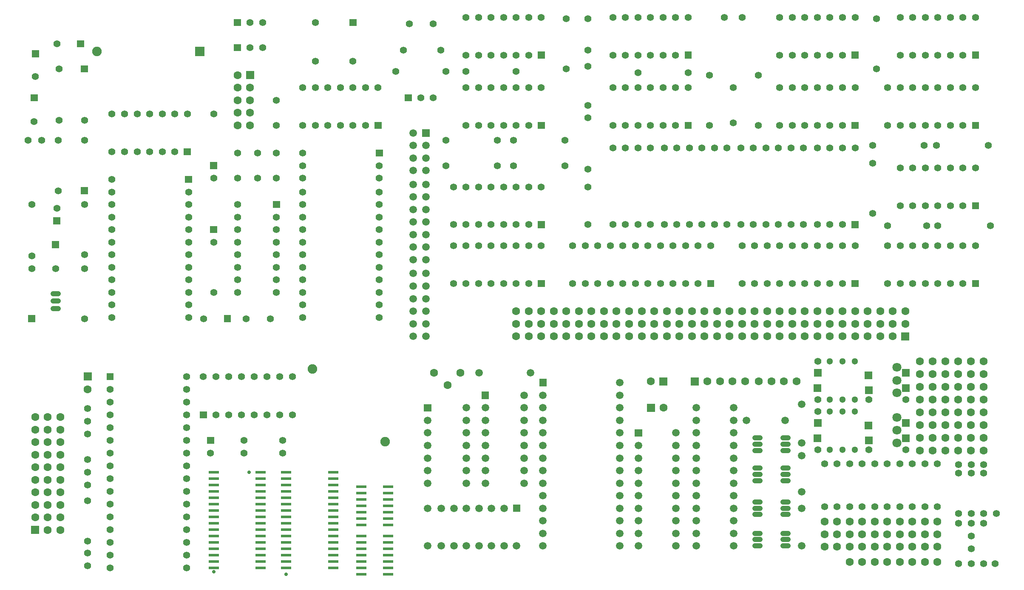
<source format=gbr>
%FSLAX34Y34*%
%MOMM*%
%LNSOLDERMASK_TOP*%
G71*
G01*
%ADD10C, 1.90*%
%ADD11C, 1.40*%
%ADD12C, 1.40*%
%ADD13C, 1.60*%
%ADD14C, 1.50*%
%ADD15C, 1.60*%
%ADD16C, 1.00*%
%ADD17C, 1.50*%
%ADD18C, 1.60*%
%ADD19C, 0.70*%
%ADD20R, 2.00X0.60*%
%ADD21C, 1.30*%
%ADD22R, 1.50X1.50*%
%ADD23C, 1.80*%
%LPD*%
G36*
X295500Y714500D02*
X314500Y714500D01*
X314500Y695500D01*
X295500Y695500D01*
X295500Y714500D01*
G37*
X100000Y705000D02*
G54D10*
D03*
X785000Y707500D02*
G54D11*
D03*
X710000Y707500D02*
G54D11*
D03*
X1752500Y357500D02*
G54D11*
D03*
X1675000Y357500D02*
G54D11*
D03*
X1350000Y772500D02*
G54D11*
D03*
X1385000Y772500D02*
G54D11*
D03*
X1367500Y632500D02*
G54D11*
D03*
X1367500Y562500D02*
G54D11*
D03*
X1077500Y675000D02*
G54D11*
D03*
X1077500Y597500D02*
G54D11*
D03*
X1077500Y435000D02*
G54D11*
D03*
X1077500Y360000D02*
G54D11*
D03*
X380000Y502500D02*
G54D11*
D03*
X380000Y452500D02*
G54D11*
D03*
X420000Y502500D02*
G54D11*
D03*
X420000Y452500D02*
G54D11*
D03*
X457500Y502500D02*
G54D11*
D03*
X457500Y452500D02*
G54D11*
D03*
X397500Y172500D02*
G54D11*
D03*
X445000Y172500D02*
G54D11*
D03*
X457500Y607500D02*
G54D11*
D03*
X457500Y557500D02*
G54D11*
D03*
X20000Y720000D02*
G54D11*
D03*
G36*
X60500Y727000D02*
X74500Y727000D01*
X74500Y713000D01*
X60500Y713000D01*
X60500Y727000D01*
G37*
X-22500Y655000D02*
G54D11*
D03*
G36*
X-29500Y707000D02*
X-15500Y707000D01*
X-15500Y693000D01*
X-29500Y693000D01*
X-29500Y707000D01*
G37*
X-25000Y565000D02*
G54D11*
D03*
G36*
X-32000Y619500D02*
X-18000Y619500D01*
X-18000Y605500D01*
X-32000Y605500D01*
X-32000Y619500D01*
G37*
X312500Y172500D02*
G54D11*
D03*
G36*
X353000Y179500D02*
X367000Y179500D01*
X367000Y165500D01*
X353000Y165500D01*
X353000Y179500D01*
G37*
X17500Y272500D02*
G54D11*
D03*
G36*
X10500Y327000D02*
X24500Y327000D01*
X24500Y313000D01*
X10500Y313000D01*
X10500Y327000D01*
G37*
G36*
X13000Y374500D02*
X27000Y374500D01*
X27000Y360500D01*
X13000Y360500D01*
X13000Y374500D01*
G37*
X20000Y392500D02*
G54D11*
D03*
G36*
X978000Y704500D02*
X992000Y704500D01*
X992000Y690500D01*
X978000Y690500D01*
X978000Y704500D01*
G37*
X960000Y697500D02*
G54D12*
D03*
X935000Y697500D02*
G54D12*
D03*
X910000Y697500D02*
G54D12*
D03*
X885000Y697500D02*
G54D12*
D03*
X860000Y697500D02*
G54D12*
D03*
X835000Y697500D02*
G54D12*
D03*
X835000Y772500D02*
G54D12*
D03*
X860000Y772500D02*
G54D12*
D03*
X885000Y772500D02*
G54D12*
D03*
X910000Y772500D02*
G54D12*
D03*
X935000Y772500D02*
G54D12*
D03*
X960000Y772500D02*
G54D12*
D03*
X985000Y772500D02*
G54D12*
D03*
G36*
X978000Y564500D02*
X992000Y564500D01*
X992000Y550500D01*
X978000Y550500D01*
X978000Y564500D01*
G37*
X960000Y557500D02*
G54D12*
D03*
X935000Y557500D02*
G54D12*
D03*
X910000Y557500D02*
G54D12*
D03*
X885000Y557500D02*
G54D12*
D03*
X860000Y557500D02*
G54D12*
D03*
X835000Y557500D02*
G54D12*
D03*
X835000Y632500D02*
G54D12*
D03*
X860000Y632500D02*
G54D12*
D03*
X885000Y632500D02*
G54D12*
D03*
X910000Y632500D02*
G54D12*
D03*
X935000Y632500D02*
G54D12*
D03*
X960000Y632500D02*
G54D12*
D03*
X985000Y632500D02*
G54D12*
D03*
G36*
X1843000Y249500D02*
X1857000Y249500D01*
X1857000Y235500D01*
X1843000Y235500D01*
X1843000Y249500D01*
G37*
X1825000Y242500D02*
G54D12*
D03*
X1800000Y242500D02*
G54D12*
D03*
X1775000Y242500D02*
G54D12*
D03*
X1750000Y242500D02*
G54D12*
D03*
X1725000Y242500D02*
G54D12*
D03*
X1700000Y242500D02*
G54D12*
D03*
X1675000Y242500D02*
G54D12*
D03*
X1675000Y317500D02*
G54D12*
D03*
X1700000Y317500D02*
G54D12*
D03*
X1725000Y317500D02*
G54D12*
D03*
X1750000Y317500D02*
G54D12*
D03*
X1775000Y317500D02*
G54D12*
D03*
X1800000Y317500D02*
G54D12*
D03*
X1825000Y317500D02*
G54D12*
D03*
X1850000Y317500D02*
G54D12*
D03*
G36*
X1843000Y404500D02*
X1857000Y404500D01*
X1857000Y390500D01*
X1843000Y390500D01*
X1843000Y404500D01*
G37*
X1825000Y397500D02*
G54D12*
D03*
X1800000Y397500D02*
G54D12*
D03*
X1775000Y397500D02*
G54D12*
D03*
X1750000Y397500D02*
G54D12*
D03*
X1725000Y397500D02*
G54D12*
D03*
X1700000Y397500D02*
G54D12*
D03*
X1700000Y472500D02*
G54D12*
D03*
X1725000Y472500D02*
G54D12*
D03*
X1750000Y472500D02*
G54D12*
D03*
X1775000Y472500D02*
G54D12*
D03*
X1800000Y472500D02*
G54D12*
D03*
X1825000Y472500D02*
G54D12*
D03*
X1850000Y472500D02*
G54D12*
D03*
G36*
X1843000Y564500D02*
X1857000Y564500D01*
X1857000Y550500D01*
X1843000Y550500D01*
X1843000Y564500D01*
G37*
X1825000Y557500D02*
G54D12*
D03*
X1800000Y557500D02*
G54D12*
D03*
X1775000Y557500D02*
G54D12*
D03*
X1750000Y557500D02*
G54D12*
D03*
X1725000Y557500D02*
G54D12*
D03*
X1700000Y557500D02*
G54D12*
D03*
X1675000Y557500D02*
G54D12*
D03*
X1675000Y632500D02*
G54D12*
D03*
X1700000Y632500D02*
G54D12*
D03*
X1725000Y632500D02*
G54D12*
D03*
X1750000Y632500D02*
G54D12*
D03*
X1775000Y632500D02*
G54D12*
D03*
X1800000Y632500D02*
G54D12*
D03*
X1825000Y632500D02*
G54D12*
D03*
X1850000Y632500D02*
G54D12*
D03*
G36*
X1270500Y704500D02*
X1284500Y704500D01*
X1284500Y690500D01*
X1270500Y690500D01*
X1270500Y704500D01*
G37*
X1252500Y697500D02*
G54D12*
D03*
X1227500Y697500D02*
G54D12*
D03*
X1202500Y697500D02*
G54D12*
D03*
X1177500Y697500D02*
G54D12*
D03*
X1152500Y697500D02*
G54D12*
D03*
X1127500Y697500D02*
G54D12*
D03*
X1127500Y772500D02*
G54D12*
D03*
X1152500Y772500D02*
G54D12*
D03*
X1177500Y772500D02*
G54D12*
D03*
X1202500Y772500D02*
G54D12*
D03*
X1227500Y772500D02*
G54D12*
D03*
X1252500Y772500D02*
G54D12*
D03*
X1277500Y772500D02*
G54D12*
D03*
G36*
X1603000Y704500D02*
X1617000Y704500D01*
X1617000Y690500D01*
X1603000Y690500D01*
X1603000Y704500D01*
G37*
X1585000Y697500D02*
G54D12*
D03*
X1560000Y697500D02*
G54D12*
D03*
X1535000Y697500D02*
G54D12*
D03*
X1510000Y697500D02*
G54D12*
D03*
X1485000Y697500D02*
G54D12*
D03*
X1460000Y697500D02*
G54D12*
D03*
X1460000Y772500D02*
G54D12*
D03*
X1485000Y772500D02*
G54D12*
D03*
X1510000Y772500D02*
G54D12*
D03*
X1535000Y772500D02*
G54D12*
D03*
X1560000Y772500D02*
G54D12*
D03*
X1585000Y772500D02*
G54D12*
D03*
X1610000Y772500D02*
G54D12*
D03*
G36*
X1843000Y704500D02*
X1857000Y704500D01*
X1857000Y690500D01*
X1843000Y690500D01*
X1843000Y704500D01*
G37*
X1825000Y697500D02*
G54D12*
D03*
X1800000Y697500D02*
G54D12*
D03*
X1775000Y697500D02*
G54D12*
D03*
X1750000Y697500D02*
G54D12*
D03*
X1725000Y697500D02*
G54D12*
D03*
X1700000Y697500D02*
G54D12*
D03*
X1700000Y772500D02*
G54D12*
D03*
X1725000Y772500D02*
G54D12*
D03*
X1750000Y772500D02*
G54D12*
D03*
X1775000Y772500D02*
G54D12*
D03*
X1800000Y772500D02*
G54D12*
D03*
X1825000Y772500D02*
G54D12*
D03*
X1850000Y772500D02*
G54D12*
D03*
G36*
X1315500Y249500D02*
X1329500Y249500D01*
X1329500Y235500D01*
X1315500Y235500D01*
X1315500Y249500D01*
G37*
X1297500Y242500D02*
G54D12*
D03*
X1272500Y242500D02*
G54D12*
D03*
X1247500Y242500D02*
G54D12*
D03*
X1222500Y242500D02*
G54D12*
D03*
X1197500Y242500D02*
G54D12*
D03*
X1172500Y242500D02*
G54D12*
D03*
X1147500Y242500D02*
G54D12*
D03*
X1122500Y242500D02*
G54D12*
D03*
X1097500Y242500D02*
G54D12*
D03*
X1072500Y242500D02*
G54D12*
D03*
X1047500Y242500D02*
G54D12*
D03*
X1047500Y317500D02*
G54D12*
D03*
X1072500Y317500D02*
G54D12*
D03*
X1097500Y317500D02*
G54D12*
D03*
X1122500Y317500D02*
G54D12*
D03*
X1147500Y317500D02*
G54D12*
D03*
X1172500Y317500D02*
G54D12*
D03*
X1197500Y317500D02*
G54D12*
D03*
X1222500Y317500D02*
G54D12*
D03*
X1247500Y317500D02*
G54D12*
D03*
X1272500Y317500D02*
G54D12*
D03*
X1297500Y317500D02*
G54D12*
D03*
X1322500Y317500D02*
G54D12*
D03*
G36*
X1270500Y564500D02*
X1284500Y564500D01*
X1284500Y550500D01*
X1270500Y550500D01*
X1270500Y564500D01*
G37*
X1252500Y557500D02*
G54D12*
D03*
X1227500Y557500D02*
G54D12*
D03*
X1202500Y557500D02*
G54D12*
D03*
X1177500Y557500D02*
G54D12*
D03*
X1152500Y557500D02*
G54D12*
D03*
X1127500Y557500D02*
G54D12*
D03*
X1127500Y632500D02*
G54D12*
D03*
X1152500Y632500D02*
G54D12*
D03*
X1177500Y632500D02*
G54D12*
D03*
X1202500Y632500D02*
G54D12*
D03*
X1227500Y632500D02*
G54D12*
D03*
X1252500Y632500D02*
G54D12*
D03*
X1277500Y632500D02*
G54D12*
D03*
G36*
X653000Y564500D02*
X667000Y564500D01*
X667000Y550500D01*
X653000Y550500D01*
X653000Y564500D01*
G37*
X635000Y557500D02*
G54D12*
D03*
X610000Y557500D02*
G54D12*
D03*
X585000Y557500D02*
G54D12*
D03*
X560000Y557500D02*
G54D12*
D03*
X535000Y557500D02*
G54D12*
D03*
X510000Y557500D02*
G54D12*
D03*
X510000Y632500D02*
G54D12*
D03*
X535000Y632500D02*
G54D12*
D03*
X560000Y632500D02*
G54D12*
D03*
X585000Y632500D02*
G54D12*
D03*
X610000Y632500D02*
G54D12*
D03*
X635000Y632500D02*
G54D12*
D03*
X660000Y632500D02*
G54D12*
D03*
G36*
X273000Y512000D02*
X287000Y512000D01*
X287000Y498000D01*
X273000Y498000D01*
X273000Y512000D01*
G37*
X255000Y505000D02*
G54D12*
D03*
X230000Y505000D02*
G54D12*
D03*
X205000Y505000D02*
G54D12*
D03*
X180000Y505000D02*
G54D12*
D03*
X155000Y505000D02*
G54D12*
D03*
X130000Y505000D02*
G54D12*
D03*
X130000Y580000D02*
G54D12*
D03*
X155000Y580000D02*
G54D12*
D03*
X180000Y580000D02*
G54D12*
D03*
X205000Y580000D02*
G54D12*
D03*
X230000Y580000D02*
G54D12*
D03*
X255000Y580000D02*
G54D12*
D03*
X280000Y580000D02*
G54D12*
D03*
G36*
X1603000Y367000D02*
X1617000Y367000D01*
X1617000Y353000D01*
X1603000Y353000D01*
X1603000Y367000D01*
G37*
X1585000Y360000D02*
G54D11*
D03*
X1560000Y360000D02*
G54D11*
D03*
X1535000Y360000D02*
G54D11*
D03*
X1507500Y360000D02*
G54D11*
D03*
X1482500Y360000D02*
G54D11*
D03*
X1457500Y360000D02*
G54D11*
D03*
X1432500Y360000D02*
G54D11*
D03*
X1407500Y360000D02*
G54D11*
D03*
X1382500Y360000D02*
G54D11*
D03*
X1355000Y360000D02*
G54D11*
D03*
X1330000Y360000D02*
G54D11*
D03*
X1305000Y360000D02*
G54D11*
D03*
X1280000Y360000D02*
G54D11*
D03*
X1255000Y360000D02*
G54D11*
D03*
X1230000Y360000D02*
G54D11*
D03*
X1202500Y360000D02*
G54D11*
D03*
X1177500Y360000D02*
G54D11*
D03*
X1152500Y360000D02*
G54D11*
D03*
X1127500Y360000D02*
G54D11*
D03*
X1127500Y512500D02*
G54D11*
D03*
X1152500Y512500D02*
G54D11*
D03*
X1177500Y512500D02*
G54D11*
D03*
X1202500Y512500D02*
G54D11*
D03*
X1230000Y512500D02*
G54D11*
D03*
X1255000Y512500D02*
G54D11*
D03*
X1280000Y512500D02*
G54D11*
D03*
X1305000Y512500D02*
G54D11*
D03*
X1330000Y512500D02*
G54D11*
D03*
X1355000Y512500D02*
G54D11*
D03*
X1382500Y512500D02*
G54D11*
D03*
X1407500Y512500D02*
G54D11*
D03*
X1432500Y512500D02*
G54D11*
D03*
X1457500Y512500D02*
G54D11*
D03*
X1482500Y512500D02*
G54D11*
D03*
X1507500Y512500D02*
G54D11*
D03*
X1535000Y512500D02*
G54D11*
D03*
X1560000Y512500D02*
G54D11*
D03*
X1585000Y512500D02*
G54D11*
D03*
X1610000Y512500D02*
G54D11*
D03*
G36*
X978000Y367000D02*
X992000Y367000D01*
X992000Y353000D01*
X978000Y353000D01*
X978000Y367000D01*
G37*
X960000Y360000D02*
G54D12*
D03*
X935000Y360000D02*
G54D12*
D03*
X910000Y360000D02*
G54D12*
D03*
X885000Y360000D02*
G54D12*
D03*
X860000Y360000D02*
G54D12*
D03*
X835000Y360000D02*
G54D12*
D03*
X810000Y360000D02*
G54D12*
D03*
X810000Y435000D02*
G54D12*
D03*
X835000Y435000D02*
G54D12*
D03*
X860000Y435000D02*
G54D12*
D03*
X885000Y435000D02*
G54D12*
D03*
X910000Y435000D02*
G54D12*
D03*
X935000Y435000D02*
G54D12*
D03*
X960000Y435000D02*
G54D12*
D03*
X985000Y435000D02*
G54D12*
D03*
G36*
X1603000Y249500D02*
X1617000Y249500D01*
X1617000Y235500D01*
X1603000Y235500D01*
X1603000Y249500D01*
G37*
X1585000Y242500D02*
G54D12*
D03*
X1560000Y242500D02*
G54D12*
D03*
X1535000Y242500D02*
G54D12*
D03*
X1510000Y242500D02*
G54D12*
D03*
X1485000Y242500D02*
G54D12*
D03*
X1460000Y242500D02*
G54D12*
D03*
X1435000Y242500D02*
G54D12*
D03*
X1410000Y242500D02*
G54D12*
D03*
X1385000Y242500D02*
G54D12*
D03*
X1385000Y317500D02*
G54D12*
D03*
X1410000Y317500D02*
G54D12*
D03*
X1435000Y317500D02*
G54D12*
D03*
X1460000Y317500D02*
G54D12*
D03*
X1485000Y317500D02*
G54D12*
D03*
X1510000Y317500D02*
G54D12*
D03*
X1535000Y317500D02*
G54D12*
D03*
X1560000Y317500D02*
G54D12*
D03*
X1585000Y317500D02*
G54D12*
D03*
X1610000Y317500D02*
G54D12*
D03*
G36*
X978000Y249500D02*
X992000Y249500D01*
X992000Y235500D01*
X978000Y235500D01*
X978000Y249500D01*
G37*
X960000Y242500D02*
G54D12*
D03*
X935000Y242500D02*
G54D12*
D03*
X910000Y242500D02*
G54D12*
D03*
X885000Y242500D02*
G54D12*
D03*
X860000Y242500D02*
G54D12*
D03*
X835000Y242500D02*
G54D12*
D03*
X810000Y242500D02*
G54D12*
D03*
X810000Y317500D02*
G54D12*
D03*
X835000Y317500D02*
G54D12*
D03*
X860000Y317500D02*
G54D12*
D03*
X885000Y317500D02*
G54D12*
D03*
X910000Y317500D02*
G54D12*
D03*
X935000Y317500D02*
G54D12*
D03*
X960000Y317500D02*
G54D12*
D03*
X985000Y317500D02*
G54D12*
D03*
G36*
X1603000Y564500D02*
X1617000Y564500D01*
X1617000Y550500D01*
X1603000Y550500D01*
X1603000Y564500D01*
G37*
X1585000Y557500D02*
G54D12*
D03*
X1560000Y557500D02*
G54D12*
D03*
X1535000Y557500D02*
G54D12*
D03*
X1510000Y557500D02*
G54D12*
D03*
X1485000Y557500D02*
G54D12*
D03*
X1460000Y557500D02*
G54D12*
D03*
X1460000Y632500D02*
G54D12*
D03*
X1485000Y632500D02*
G54D12*
D03*
X1510000Y632500D02*
G54D12*
D03*
X1535000Y632500D02*
G54D12*
D03*
X1560000Y632500D02*
G54D12*
D03*
X1585000Y632500D02*
G54D12*
D03*
X1610000Y632500D02*
G54D12*
D03*
G36*
X655500Y509500D02*
X669500Y509500D01*
X669500Y495500D01*
X655500Y495500D01*
X655500Y509500D01*
G37*
X662500Y477500D02*
G54D11*
D03*
X662500Y452500D02*
G54D11*
D03*
X662500Y425000D02*
G54D11*
D03*
X662500Y400000D02*
G54D11*
D03*
X662500Y375000D02*
G54D11*
D03*
X662500Y350000D02*
G54D11*
D03*
X662500Y325000D02*
G54D11*
D03*
X662500Y300000D02*
G54D11*
D03*
X662500Y275000D02*
G54D11*
D03*
X662500Y250000D02*
G54D11*
D03*
X662500Y225000D02*
G54D11*
D03*
X662500Y200000D02*
G54D11*
D03*
X662500Y175000D02*
G54D11*
D03*
X510000Y175000D02*
G54D11*
D03*
X510000Y200000D02*
G54D11*
D03*
X510000Y225000D02*
G54D11*
D03*
X510000Y250000D02*
G54D11*
D03*
X510000Y275000D02*
G54D11*
D03*
X510000Y300000D02*
G54D11*
D03*
X510000Y325000D02*
G54D11*
D03*
X510000Y350000D02*
G54D11*
D03*
X510000Y375000D02*
G54D11*
D03*
X510000Y400000D02*
G54D11*
D03*
X510000Y425000D02*
G54D11*
D03*
X510000Y452500D02*
G54D11*
D03*
X510000Y477500D02*
G54D11*
D03*
X510000Y502500D02*
G54D11*
D03*
G36*
X450500Y407000D02*
X464500Y407000D01*
X464500Y393000D01*
X450500Y393000D01*
X450500Y407000D01*
G37*
X457500Y375000D02*
G54D11*
D03*
X457500Y350000D02*
G54D11*
D03*
X457500Y325000D02*
G54D11*
D03*
X457500Y300000D02*
G54D11*
D03*
X457500Y275000D02*
G54D11*
D03*
X457500Y250000D02*
G54D11*
D03*
X457500Y225000D02*
G54D11*
D03*
X380000Y225000D02*
G54D11*
D03*
X380000Y250000D02*
G54D11*
D03*
X380000Y275000D02*
G54D11*
D03*
X380000Y300000D02*
G54D11*
D03*
X380000Y325000D02*
G54D11*
D03*
X380000Y350000D02*
G54D11*
D03*
X380000Y375000D02*
G54D11*
D03*
X380000Y400000D02*
G54D11*
D03*
G36*
X275500Y457000D02*
X289500Y457000D01*
X289500Y443000D01*
X275500Y443000D01*
X275500Y457000D01*
G37*
X282500Y425000D02*
G54D11*
D03*
X282500Y400000D02*
G54D11*
D03*
X282500Y375000D02*
G54D11*
D03*
X282500Y350000D02*
G54D11*
D03*
X282500Y325000D02*
G54D11*
D03*
X282500Y300000D02*
G54D11*
D03*
X282500Y275000D02*
G54D11*
D03*
X282500Y250000D02*
G54D11*
D03*
X282500Y225000D02*
G54D11*
D03*
X282500Y200000D02*
G54D11*
D03*
X282500Y175000D02*
G54D11*
D03*
X130000Y175000D02*
G54D11*
D03*
X130000Y200000D02*
G54D11*
D03*
X130000Y225000D02*
G54D11*
D03*
X130000Y250000D02*
G54D11*
D03*
X130000Y275000D02*
G54D11*
D03*
X130000Y300000D02*
G54D11*
D03*
X130000Y325000D02*
G54D11*
D03*
X130000Y350000D02*
G54D11*
D03*
X130000Y375000D02*
G54D11*
D03*
X130000Y400000D02*
G54D11*
D03*
X130000Y425000D02*
G54D11*
D03*
X130000Y450000D02*
G54D11*
D03*
G36*
X713000Y619500D02*
X727000Y619500D01*
X727000Y605500D01*
X713000Y605500D01*
X713000Y619500D01*
G37*
X745000Y612500D02*
G54D11*
D03*
X770000Y612500D02*
G54D11*
D03*
X935000Y162500D02*
G54D13*
D03*
X960000Y162500D02*
G54D13*
D03*
X935000Y137500D02*
G54D13*
D03*
X960000Y137500D02*
G54D13*
D03*
X985000Y162500D02*
G54D13*
D03*
X1010000Y162500D02*
G54D13*
D03*
X985000Y137500D02*
G54D13*
D03*
X1010000Y137500D02*
G54D13*
D03*
X985000Y187500D02*
G54D13*
D03*
X1010000Y187500D02*
G54D13*
D03*
X1035000Y162500D02*
G54D13*
D03*
X1035000Y137500D02*
G54D13*
D03*
X1060000Y162500D02*
G54D13*
D03*
X1085000Y162500D02*
G54D13*
D03*
X1060000Y137500D02*
G54D13*
D03*
G36*
X1702000Y145500D02*
X1718000Y145500D01*
X1718000Y129500D01*
X1702000Y129500D01*
X1702000Y145500D01*
G37*
X960000Y187500D02*
G54D13*
D03*
X1085000Y137500D02*
G54D13*
D03*
X1060000Y187500D02*
G54D13*
D03*
X1085000Y187500D02*
G54D13*
D03*
X1035000Y187500D02*
G54D13*
D03*
X1110000Y162500D02*
G54D13*
D03*
X1110000Y137500D02*
G54D13*
D03*
X1135000Y162500D02*
G54D13*
D03*
X1160000Y162500D02*
G54D13*
D03*
X1135000Y137500D02*
G54D13*
D03*
X1160000Y137500D02*
G54D13*
D03*
X1135000Y187500D02*
G54D13*
D03*
X1160000Y187500D02*
G54D13*
D03*
X1185000Y162500D02*
G54D13*
D03*
X1185000Y137500D02*
G54D13*
D03*
X1210000Y162500D02*
G54D13*
D03*
X1235000Y162500D02*
G54D13*
D03*
X1210000Y137500D02*
G54D13*
D03*
X1110000Y187500D02*
G54D13*
D03*
X1235000Y137500D02*
G54D13*
D03*
X1210000Y187500D02*
G54D13*
D03*
X1235000Y187500D02*
G54D13*
D03*
X1185000Y187500D02*
G54D13*
D03*
X1260000Y162500D02*
G54D13*
D03*
X1285000Y162500D02*
G54D13*
D03*
X1260000Y137500D02*
G54D13*
D03*
X1285000Y137500D02*
G54D13*
D03*
X1310000Y162500D02*
G54D13*
D03*
X1335000Y162500D02*
G54D13*
D03*
X1310000Y137500D02*
G54D13*
D03*
X1335000Y137500D02*
G54D13*
D03*
X1310000Y187500D02*
G54D13*
D03*
X1335000Y187500D02*
G54D13*
D03*
X1360000Y162500D02*
G54D13*
D03*
X1360000Y137500D02*
G54D13*
D03*
X1385000Y162500D02*
G54D13*
D03*
X1410000Y162500D02*
G54D13*
D03*
X1385000Y137500D02*
G54D13*
D03*
X1260000Y187500D02*
G54D13*
D03*
X1285000Y187500D02*
G54D13*
D03*
X1410000Y137500D02*
G54D13*
D03*
X1385000Y187500D02*
G54D13*
D03*
X1410000Y187500D02*
G54D13*
D03*
X1360000Y187500D02*
G54D13*
D03*
X1435000Y162500D02*
G54D13*
D03*
X1435000Y137500D02*
G54D13*
D03*
X1460000Y162500D02*
G54D13*
D03*
X1485000Y162500D02*
G54D13*
D03*
X1460000Y137500D02*
G54D13*
D03*
X1485000Y137500D02*
G54D13*
D03*
X1460000Y187500D02*
G54D13*
D03*
X1485000Y187500D02*
G54D13*
D03*
X1510000Y162500D02*
G54D13*
D03*
X1510000Y137500D02*
G54D13*
D03*
X1535000Y162500D02*
G54D13*
D03*
X1560000Y162500D02*
G54D13*
D03*
X1535000Y137500D02*
G54D13*
D03*
X1435000Y187500D02*
G54D13*
D03*
X1560000Y137500D02*
G54D13*
D03*
X1535000Y187500D02*
G54D13*
D03*
X1560000Y187500D02*
G54D13*
D03*
X1510000Y187500D02*
G54D13*
D03*
X1585000Y162500D02*
G54D13*
D03*
X1585000Y137500D02*
G54D13*
D03*
X1610000Y162500D02*
G54D13*
D03*
X1635000Y162500D02*
G54D13*
D03*
X1610000Y137500D02*
G54D13*
D03*
X1635000Y137500D02*
G54D13*
D03*
X1610000Y187500D02*
G54D13*
D03*
X1635000Y187500D02*
G54D13*
D03*
X1660000Y162500D02*
G54D13*
D03*
X1660000Y137500D02*
G54D13*
D03*
X1685000Y162500D02*
G54D13*
D03*
X1710000Y162500D02*
G54D13*
D03*
X1685000Y137500D02*
G54D13*
D03*
X1585000Y187500D02*
G54D13*
D03*
X935000Y187500D02*
G54D13*
D03*
X1685000Y187500D02*
G54D13*
D03*
X1710000Y187500D02*
G54D13*
D03*
X1660000Y187500D02*
G54D13*
D03*
G36*
X747500Y550000D02*
X762500Y550000D01*
X762500Y535000D01*
X747500Y535000D01*
X747500Y550000D01*
G37*
X730000Y542500D02*
G54D14*
D03*
X755000Y517500D02*
G54D14*
D03*
X730000Y517500D02*
G54D14*
D03*
X755000Y492500D02*
G54D14*
D03*
X730000Y492500D02*
G54D14*
D03*
X755000Y467500D02*
G54D14*
D03*
X730000Y467500D02*
G54D14*
D03*
X755000Y440000D02*
G54D14*
D03*
X730000Y440000D02*
G54D14*
D03*
X755000Y415000D02*
G54D14*
D03*
X730000Y415000D02*
G54D14*
D03*
X755000Y390000D02*
G54D14*
D03*
X730000Y390000D02*
G54D14*
D03*
X755000Y365000D02*
G54D14*
D03*
X730000Y365000D02*
G54D14*
D03*
X755000Y340000D02*
G54D14*
D03*
X730000Y340000D02*
G54D14*
D03*
X755000Y315000D02*
G54D14*
D03*
X730000Y315000D02*
G54D14*
D03*
X755000Y290000D02*
G54D14*
D03*
X730000Y290000D02*
G54D14*
D03*
X755000Y262500D02*
G54D14*
D03*
X730000Y262500D02*
G54D14*
D03*
X755000Y237500D02*
G54D14*
D03*
X730000Y237500D02*
G54D14*
D03*
X755000Y212500D02*
G54D14*
D03*
X730000Y212500D02*
G54D14*
D03*
X755000Y187500D02*
G54D14*
D03*
X730000Y187500D02*
G54D14*
D03*
X755000Y162500D02*
G54D14*
D03*
X730000Y162500D02*
G54D14*
D03*
X755000Y137500D02*
G54D14*
D03*
X730000Y137500D02*
G54D14*
D03*
G36*
X373000Y719500D02*
X387000Y719500D01*
X387000Y705500D01*
X373000Y705500D01*
X373000Y719500D01*
G37*
X405000Y712500D02*
G54D11*
D03*
X430000Y712500D02*
G54D11*
D03*
G36*
X373000Y769500D02*
X387000Y769500D01*
X387000Y755500D01*
X373000Y755500D01*
X373000Y769500D01*
G37*
X405000Y762500D02*
G54D11*
D03*
X430000Y762500D02*
G54D11*
D03*
G36*
X397000Y665500D02*
X413000Y665500D01*
X413000Y649500D01*
X397000Y649500D01*
X397000Y665500D01*
G37*
X380000Y657500D02*
G54D15*
D03*
X405000Y632500D02*
G54D15*
D03*
X380000Y632500D02*
G54D15*
D03*
X405000Y607500D02*
G54D15*
D03*
X380000Y607500D02*
G54D15*
D03*
X405000Y582500D02*
G54D15*
D03*
X380000Y582500D02*
G54D15*
D03*
X405000Y557500D02*
G54D15*
D03*
X380000Y557500D02*
G54D15*
D03*
X795000Y665000D02*
G54D11*
D03*
X695000Y665000D02*
G54D11*
D03*
X1035000Y670000D02*
G54D11*
D03*
X1035000Y770000D02*
G54D11*
D03*
X1880000Y357500D02*
G54D11*
D03*
X1775000Y357500D02*
G54D11*
D03*
X1277500Y662500D02*
G54D11*
D03*
X1177500Y662500D02*
G54D11*
D03*
X1875000Y517500D02*
G54D11*
D03*
X1772500Y517500D02*
G54D11*
D03*
X1652500Y770000D02*
G54D11*
D03*
X1652500Y670000D02*
G54D11*
D03*
X1645000Y482500D02*
G54D11*
D03*
X1645000Y382500D02*
G54D11*
D03*
X1645000Y517500D02*
G54D11*
D03*
X1747500Y517500D02*
G54D11*
D03*
X1077500Y470000D02*
G54D11*
D03*
X1077500Y572500D02*
G54D11*
D03*
X1417500Y557500D02*
G54D11*
D03*
X1417500Y657500D02*
G54D11*
D03*
X1320000Y557500D02*
G54D11*
D03*
X1320000Y657500D02*
G54D11*
D03*
X835000Y665000D02*
G54D11*
D03*
X935000Y665000D02*
G54D11*
D03*
X795000Y527500D02*
G54D11*
D03*
X897500Y527500D02*
G54D11*
D03*
X930000Y527500D02*
G54D11*
D03*
X1032500Y527500D02*
G54D11*
D03*
X930000Y477500D02*
G54D11*
D03*
X1032500Y477500D02*
G54D11*
D03*
X795000Y477500D02*
G54D11*
D03*
X897500Y477500D02*
G54D11*
D03*
X-30000Y297500D02*
G54D11*
D03*
X-30000Y400000D02*
G54D11*
D03*
X25000Y567500D02*
G54D11*
D03*
X25000Y670000D02*
G54D11*
D03*
X75000Y300000D02*
G54D11*
D03*
X75000Y400000D02*
G54D11*
D03*
X332500Y225000D02*
G54D11*
D03*
X332500Y325000D02*
G54D11*
D03*
X75000Y172500D02*
G54D11*
D03*
X75000Y272500D02*
G54D11*
D03*
X22500Y427500D02*
G54D11*
D03*
X22500Y527500D02*
G54D11*
D03*
X1077500Y707500D02*
G54D11*
D03*
X1077500Y770000D02*
G54D11*
D03*
G36*
X68000Y677000D02*
X82000Y677000D01*
X82000Y663000D01*
X68000Y663000D01*
X68000Y677000D01*
G37*
X75000Y567500D02*
G54D11*
D03*
G36*
X68000Y434500D02*
X82000Y434500D01*
X82000Y420500D01*
X68000Y420500D01*
X68000Y434500D01*
G37*
X75000Y527500D02*
G54D11*
D03*
G36*
X-37000Y179500D02*
X-23000Y179500D01*
X-23000Y165500D01*
X-37000Y165500D01*
X-37000Y179500D01*
G37*
X-30000Y272500D02*
G54D11*
D03*
G36*
X325500Y484500D02*
X339500Y484500D01*
X339500Y470500D01*
X325500Y470500D01*
X325500Y484500D01*
G37*
X332500Y580000D02*
G54D11*
D03*
G36*
X325500Y357000D02*
X339500Y357000D01*
X339500Y343000D01*
X325500Y343000D01*
X325500Y357000D01*
G37*
X332500Y452500D02*
G54D11*
D03*
G54D16*
X12500Y207500D02*
X22500Y207500D01*
G54D16*
X12500Y222500D02*
X22500Y222500D01*
X722500Y760000D02*
G54D11*
D03*
X770000Y760000D02*
G54D11*
D03*
G36*
X603000Y769500D02*
X617000Y769500D01*
X617000Y755500D01*
X603000Y755500D01*
X603000Y769500D01*
G37*
X610000Y685000D02*
G54D11*
D03*
X535000Y685000D02*
G54D11*
D03*
X535000Y762500D02*
G54D11*
D03*
X-37500Y527500D02*
G54D12*
D03*
X-10000Y527500D02*
G54D12*
D03*
X20000Y392500D02*
G54D11*
D03*
X-30000Y400000D02*
G54D11*
D03*
X75000Y400000D02*
G54D11*
D03*
X22500Y427500D02*
G54D11*
D03*
G36*
X68000Y434500D02*
X82000Y434500D01*
X82000Y420500D01*
X68000Y420500D01*
X68000Y434500D01*
G37*
G54D16*
X12500Y192500D02*
X22500Y192500D01*
X1228500Y-5000D02*
G54D15*
D03*
G36*
X1195500Y3000D02*
X1211500Y3000D01*
X1211500Y-13000D01*
X1195500Y-13000D01*
X1195500Y3000D01*
G37*
G36*
X1220500Y55500D02*
X1236500Y55500D01*
X1236500Y39500D01*
X1220500Y39500D01*
X1220500Y55500D01*
G37*
X1203500Y47500D02*
G54D15*
D03*
X1493500Y47500D02*
G54D15*
D03*
X1468500Y47500D02*
G54D15*
D03*
X1443500Y47500D02*
G54D15*
D03*
X1418500Y47500D02*
G54D15*
D03*
X1391000Y47500D02*
G54D15*
D03*
X1366000Y47500D02*
G54D15*
D03*
X1341000Y47500D02*
G54D15*
D03*
X1316000Y47500D02*
G54D15*
D03*
G36*
X1283000Y55500D02*
X1299000Y55500D01*
X1299000Y39500D01*
X1283000Y39500D01*
X1283000Y55500D01*
G37*
G54D16*
X1411000Y-77500D02*
X1421000Y-77500D01*
G54D16*
X1411000Y-65000D02*
X1421000Y-65000D01*
G54D16*
X1411000Y-137500D02*
X1421000Y-137500D01*
G54D16*
X1411000Y-125000D02*
X1421000Y-125000D01*
G54D16*
X1411000Y-205000D02*
X1421000Y-205000D01*
G54D16*
X1411000Y-192500D02*
X1421000Y-192500D01*
G54D16*
X1411000Y-267500D02*
X1421000Y-267500D01*
G54D16*
X1411000Y-255000D02*
X1421000Y-255000D01*
G54D16*
X1466500Y-267500D02*
X1476500Y-267500D01*
G54D16*
X1466500Y-255000D02*
X1476500Y-255000D01*
G54D16*
X1466500Y-205000D02*
X1476500Y-205000D01*
G54D16*
X1466500Y-192500D02*
X1476500Y-192500D01*
G54D16*
X1466500Y-137500D02*
X1476500Y-137500D01*
G54D16*
X1466500Y-125000D02*
X1476500Y-125000D01*
G54D16*
X1466500Y-77500D02*
X1476500Y-77500D01*
G54D16*
X1466500Y-65000D02*
X1476500Y-65000D01*
X861000Y65000D02*
G54D17*
D03*
X963500Y65000D02*
G54D17*
D03*
X823500Y65000D02*
G54D18*
D03*
X798500Y40000D02*
G54D18*
D03*
X771000Y65000D02*
G54D18*
D03*
X1368500Y-130000D02*
G54D17*
D03*
X1293500Y-130000D02*
G54D17*
D03*
X1368500Y-180000D02*
G54D17*
D03*
X1293500Y-180000D02*
G54D17*
D03*
X1368500Y-230000D02*
G54D17*
D03*
X1293500Y-230000D02*
G54D17*
D03*
X1368500Y-280000D02*
G54D17*
D03*
X1293500Y-280000D02*
G54D17*
D03*
X1368500Y-255000D02*
G54D17*
D03*
X1293500Y-255000D02*
G54D17*
D03*
X1368500Y-205000D02*
G54D17*
D03*
X1293500Y-205000D02*
G54D17*
D03*
X1368500Y-155000D02*
G54D17*
D03*
X1293500Y-155000D02*
G54D17*
D03*
X1368500Y-105000D02*
G54D17*
D03*
X1293500Y-105000D02*
G54D17*
D03*
X1471000Y-30000D02*
G54D17*
D03*
X1393500Y-30000D02*
G54D17*
D03*
X1503500Y2500D02*
G54D17*
D03*
X1503500Y-75000D02*
G54D17*
D03*
X1503500Y-205000D02*
G54D17*
D03*
X1503500Y-280000D02*
G54D17*
D03*
X1293500Y-5000D02*
G54D17*
D03*
X1368500Y-5000D02*
G54D17*
D03*
X1293500Y-30000D02*
G54D17*
D03*
X1368500Y-30000D02*
G54D17*
D03*
X1503500Y-100000D02*
G54D17*
D03*
X1503500Y-172500D02*
G54D17*
D03*
X1293500Y-55000D02*
G54D17*
D03*
X1368500Y-55000D02*
G54D17*
D03*
X1293500Y-80000D02*
G54D17*
D03*
X1368500Y-80000D02*
G54D17*
D03*
G36*
X751000Y2500D02*
X766000Y2500D01*
X766000Y-12500D01*
X751000Y-12500D01*
X751000Y2500D01*
G37*
X758500Y-30000D02*
G54D17*
D03*
X758500Y-55000D02*
G54D17*
D03*
X758500Y-80000D02*
G54D17*
D03*
X758500Y-105000D02*
G54D17*
D03*
X758500Y-130000D02*
G54D17*
D03*
X758500Y-155000D02*
G54D17*
D03*
X836000Y-155000D02*
G54D17*
D03*
X836000Y-130000D02*
G54D17*
D03*
X836000Y-105000D02*
G54D17*
D03*
X836000Y-80000D02*
G54D17*
D03*
X836000Y-55000D02*
G54D17*
D03*
X836000Y-30000D02*
G54D17*
D03*
X836000Y-5000D02*
G54D17*
D03*
G36*
X866000Y27500D02*
X881000Y27500D01*
X881000Y12500D01*
X866000Y12500D01*
X866000Y27500D01*
G37*
X873500Y-5000D02*
G54D17*
D03*
X873500Y-30000D02*
G54D17*
D03*
X873500Y-55000D02*
G54D17*
D03*
X873500Y-80000D02*
G54D17*
D03*
X873500Y-105000D02*
G54D17*
D03*
X873500Y-130000D02*
G54D17*
D03*
X873500Y-155000D02*
G54D17*
D03*
X951000Y-155000D02*
G54D17*
D03*
X951000Y-130000D02*
G54D17*
D03*
X951000Y-105000D02*
G54D17*
D03*
X951000Y-80000D02*
G54D17*
D03*
X951000Y-55000D02*
G54D17*
D03*
X951000Y-30000D02*
G54D17*
D03*
X951000Y-5000D02*
G54D17*
D03*
X951000Y20000D02*
G54D17*
D03*
G36*
X981000Y52500D02*
X996000Y52500D01*
X996000Y37500D01*
X981000Y37500D01*
X981000Y52500D01*
G37*
X988500Y20000D02*
G54D17*
D03*
X988500Y-5000D02*
G54D17*
D03*
X988500Y-30000D02*
G54D17*
D03*
X988500Y-55000D02*
G54D17*
D03*
X988500Y-80000D02*
G54D17*
D03*
X988500Y-105000D02*
G54D17*
D03*
X988500Y-130000D02*
G54D17*
D03*
X988500Y-155000D02*
G54D17*
D03*
X988500Y-180000D02*
G54D17*
D03*
X988500Y-205000D02*
G54D17*
D03*
X988500Y-230000D02*
G54D17*
D03*
X988500Y-255000D02*
G54D17*
D03*
X988500Y-280000D02*
G54D17*
D03*
X1141000Y-280000D02*
G54D17*
D03*
X1141000Y-255000D02*
G54D17*
D03*
X1141000Y-230000D02*
G54D17*
D03*
X1141000Y-205000D02*
G54D17*
D03*
X1141000Y-180000D02*
G54D17*
D03*
X1141000Y-155000D02*
G54D17*
D03*
X1141000Y-130000D02*
G54D17*
D03*
X1141000Y-105000D02*
G54D17*
D03*
X1141000Y-80000D02*
G54D17*
D03*
X1141000Y-55000D02*
G54D17*
D03*
X1141000Y-30000D02*
G54D17*
D03*
X1141000Y-5000D02*
G54D17*
D03*
X1141000Y20000D02*
G54D17*
D03*
X1141000Y45000D02*
G54D17*
D03*
G36*
X928500Y-197500D02*
X943500Y-197500D01*
X943500Y-212500D01*
X928500Y-212500D01*
X928500Y-197500D01*
G37*
X911000Y-205000D02*
G54D17*
D03*
X886000Y-205000D02*
G54D17*
D03*
X861000Y-205000D02*
G54D17*
D03*
X836000Y-205000D02*
G54D17*
D03*
X811000Y-205000D02*
G54D17*
D03*
X786000Y-205000D02*
G54D17*
D03*
X758500Y-205000D02*
G54D17*
D03*
X758500Y-280000D02*
G54D17*
D03*
X786000Y-280000D02*
G54D17*
D03*
X811000Y-280000D02*
G54D17*
D03*
X836000Y-280000D02*
G54D17*
D03*
X861000Y-280000D02*
G54D17*
D03*
X886000Y-280000D02*
G54D17*
D03*
X911000Y-280000D02*
G54D17*
D03*
X936000Y-280000D02*
G54D17*
D03*
G36*
X1171000Y-47500D02*
X1186000Y-47500D01*
X1186000Y-62500D01*
X1171000Y-62500D01*
X1171000Y-47500D01*
G37*
X1178500Y-80000D02*
G54D17*
D03*
X1178500Y-105000D02*
G54D17*
D03*
X1178500Y-130000D02*
G54D17*
D03*
X1178500Y-155000D02*
G54D17*
D03*
X1178500Y-180000D02*
G54D17*
D03*
X1178500Y-205000D02*
G54D17*
D03*
X1178500Y-230000D02*
G54D17*
D03*
X1178500Y-255000D02*
G54D17*
D03*
X1178500Y-280000D02*
G54D17*
D03*
X1253500Y-55000D02*
G54D17*
D03*
X1253500Y-80000D02*
G54D17*
D03*
X1253500Y-105000D02*
G54D17*
D03*
X1253500Y-130000D02*
G54D17*
D03*
X1253500Y-155000D02*
G54D17*
D03*
X1253500Y-180000D02*
G54D17*
D03*
X1253500Y-205000D02*
G54D17*
D03*
X1253500Y-230000D02*
G54D17*
D03*
X1253500Y-255000D02*
G54D17*
D03*
X1253500Y-280000D02*
G54D17*
D03*
G54D16*
X1411000Y-90000D02*
X1421000Y-90000D01*
G54D16*
X1466500Y-90000D02*
X1476500Y-90000D01*
G54D16*
X1411000Y-150000D02*
X1421000Y-150000D01*
G54D16*
X1466500Y-150000D02*
X1476500Y-150000D01*
G54D16*
X1411000Y-217500D02*
X1421000Y-217500D01*
G54D16*
X1466500Y-217500D02*
X1476500Y-217500D01*
G54D16*
X1411000Y-280000D02*
X1421000Y-280000D01*
G54D16*
X1466500Y-280000D02*
X1476500Y-280000D01*
X1866397Y-117881D02*
G54D11*
D03*
X1841397Y-117881D02*
G54D11*
D03*
X1816397Y-117881D02*
G54D11*
D03*
X1866397Y-135381D02*
G54D11*
D03*
X1841397Y-135381D02*
G54D11*
D03*
X1816397Y-135381D02*
G54D11*
D03*
X1866397Y-215381D02*
G54D11*
D03*
X1841397Y-215381D02*
G54D11*
D03*
X1816397Y-215381D02*
G54D11*
D03*
X1816397Y-235381D02*
G54D11*
D03*
X1816397Y-315381D02*
G54D11*
D03*
X1841397Y-285381D02*
G54D11*
D03*
X1841397Y-260381D02*
G54D11*
D03*
X1841397Y-235381D02*
G54D11*
D03*
X1866397Y-235381D02*
G54D11*
D03*
X1866397Y-315381D02*
G54D11*
D03*
X1841397Y-315381D02*
G54D11*
D03*
X1891397Y-215381D02*
G54D11*
D03*
X1888897Y-315381D02*
G54D11*
D03*
X403225Y-133190D02*
G54D19*
D03*
G36*
X319231Y-62690D02*
X333231Y-62690D01*
X333231Y-76690D01*
X319231Y-76690D01*
X319231Y-62690D01*
G37*
X326231Y-95090D02*
G54D12*
D03*
G36*
X73756Y65310D02*
X89756Y65310D01*
X89756Y49310D01*
X73756Y49310D01*
X73756Y65310D01*
G37*
X81756Y31910D02*
G54D13*
D03*
X392906Y-69690D02*
G54D12*
D03*
X392906Y-95090D02*
G54D12*
D03*
X469900Y-69690D02*
G54D12*
D03*
X469900Y-95090D02*
G54D12*
D03*
G36*
X119206Y64310D02*
X133206Y64310D01*
X133206Y50310D01*
X119206Y50310D01*
X119206Y64310D01*
G37*
X126206Y31910D02*
G54D12*
D03*
X126206Y6510D02*
G54D12*
D03*
X126206Y-18890D02*
G54D12*
D03*
X126206Y-44290D02*
G54D12*
D03*
X126206Y-69690D02*
G54D12*
D03*
X126206Y-95090D02*
G54D12*
D03*
X126206Y-120490D02*
G54D12*
D03*
X126206Y-145890D02*
G54D12*
D03*
X126206Y-171290D02*
G54D12*
D03*
X126206Y-196690D02*
G54D12*
D03*
X126206Y-222090D02*
G54D12*
D03*
X126206Y-247490D02*
G54D12*
D03*
X126206Y-272890D02*
G54D12*
D03*
X126206Y-298290D02*
G54D12*
D03*
X126206Y-323690D02*
G54D12*
D03*
X278606Y-323690D02*
G54D12*
D03*
X278606Y-298290D02*
G54D12*
D03*
X278606Y-272890D02*
G54D12*
D03*
X278606Y-247490D02*
G54D12*
D03*
X278606Y-222090D02*
G54D12*
D03*
X278606Y-196690D02*
G54D12*
D03*
X278606Y-171290D02*
G54D12*
D03*
X278606Y-145890D02*
G54D12*
D03*
X278606Y-120490D02*
G54D12*
D03*
X278606Y-95090D02*
G54D12*
D03*
X278606Y-69690D02*
G54D12*
D03*
X278606Y-44290D02*
G54D12*
D03*
X278606Y-18890D02*
G54D12*
D03*
X278606Y6510D02*
G54D12*
D03*
X278606Y31910D02*
G54D12*
D03*
X278606Y57310D02*
G54D12*
D03*
X332581Y-133190D02*
G54D20*
D03*
X332581Y-145890D02*
G54D20*
D03*
X332581Y-158590D02*
G54D20*
D03*
X332581Y-171290D02*
G54D20*
D03*
X332581Y-183990D02*
G54D20*
D03*
X332581Y-196690D02*
G54D20*
D03*
X332581Y-209390D02*
G54D20*
D03*
X332581Y-222090D02*
G54D20*
D03*
X332581Y-234790D02*
G54D20*
D03*
X332581Y-247490D02*
G54D20*
D03*
X332581Y-260190D02*
G54D20*
D03*
X332581Y-272890D02*
G54D20*
D03*
X332581Y-285590D02*
G54D20*
D03*
X332581Y-298290D02*
G54D20*
D03*
X332581Y-310990D02*
G54D20*
D03*
X332581Y-323690D02*
G54D20*
D03*
X426244Y-323690D02*
G54D20*
D03*
X426244Y-310990D02*
G54D20*
D03*
X426244Y-298290D02*
G54D20*
D03*
X426244Y-285590D02*
G54D20*
D03*
X426244Y-272890D02*
G54D20*
D03*
X426244Y-260190D02*
G54D20*
D03*
X426244Y-247490D02*
G54D20*
D03*
X426244Y-234790D02*
G54D20*
D03*
X426244Y-222090D02*
G54D20*
D03*
X426244Y-209390D02*
G54D20*
D03*
X426244Y-196690D02*
G54D20*
D03*
X426244Y-183990D02*
G54D20*
D03*
X426244Y-171290D02*
G54D20*
D03*
X426244Y-158590D02*
G54D20*
D03*
X426244Y-145890D02*
G54D20*
D03*
X426244Y-133190D02*
G54D20*
D03*
X477044Y-133190D02*
G54D20*
D03*
X477044Y-145890D02*
G54D20*
D03*
X477044Y-158590D02*
G54D20*
D03*
X477044Y-171290D02*
G54D20*
D03*
X477044Y-183990D02*
G54D20*
D03*
X477044Y-196690D02*
G54D20*
D03*
X477044Y-209390D02*
G54D20*
D03*
X477044Y-222090D02*
G54D20*
D03*
X477044Y-234790D02*
G54D20*
D03*
X477044Y-247490D02*
G54D20*
D03*
X477044Y-260190D02*
G54D20*
D03*
X477044Y-272890D02*
G54D20*
D03*
X477044Y-285590D02*
G54D20*
D03*
X477044Y-298290D02*
G54D20*
D03*
X477044Y-310990D02*
G54D20*
D03*
X477044Y-323690D02*
G54D20*
D03*
X570706Y-323690D02*
G54D20*
D03*
X570706Y-310990D02*
G54D20*
D03*
X570706Y-298290D02*
G54D20*
D03*
X570706Y-285590D02*
G54D20*
D03*
X570706Y-272890D02*
G54D20*
D03*
X570706Y-260190D02*
G54D20*
D03*
X570706Y-247490D02*
G54D20*
D03*
X570706Y-234790D02*
G54D20*
D03*
X570706Y-222090D02*
G54D20*
D03*
X570706Y-209390D02*
G54D20*
D03*
X570706Y-196690D02*
G54D20*
D03*
X570706Y-183990D02*
G54D20*
D03*
X570706Y-171290D02*
G54D20*
D03*
X570706Y-158590D02*
G54D20*
D03*
X570706Y-145890D02*
G54D20*
D03*
X570706Y-133190D02*
G54D20*
D03*
G36*
X304944Y-11890D02*
X318944Y-11890D01*
X318944Y-25890D01*
X304944Y-25890D01*
X304944Y-11890D01*
G37*
X337344Y-18890D02*
G54D12*
D03*
X362744Y-18890D02*
G54D12*
D03*
X388144Y-18890D02*
G54D12*
D03*
X413544Y-18890D02*
G54D12*
D03*
X438944Y-18890D02*
G54D12*
D03*
X464344Y-18890D02*
G54D12*
D03*
X489744Y-18890D02*
G54D12*
D03*
X489744Y57310D02*
G54D12*
D03*
X464344Y57310D02*
G54D12*
D03*
X438944Y57310D02*
G54D12*
D03*
X413544Y57310D02*
G54D12*
D03*
X388144Y57310D02*
G54D12*
D03*
X362744Y57310D02*
G54D12*
D03*
X337344Y57310D02*
G54D12*
D03*
X311944Y57310D02*
G54D12*
D03*
X626269Y-260190D02*
G54D20*
D03*
X626269Y-272890D02*
G54D20*
D03*
X626269Y-285590D02*
G54D20*
D03*
X626269Y-298290D02*
G54D20*
D03*
X626269Y-310990D02*
G54D20*
D03*
X626269Y-323690D02*
G54D20*
D03*
X626269Y-336390D02*
G54D20*
D03*
X680244Y-336390D02*
G54D20*
D03*
X680244Y-323690D02*
G54D20*
D03*
X680244Y-310990D02*
G54D20*
D03*
X680244Y-298290D02*
G54D20*
D03*
X680244Y-285590D02*
G54D20*
D03*
X680244Y-272890D02*
G54D20*
D03*
X680244Y-260190D02*
G54D20*
D03*
X626269Y-161764D02*
G54D20*
D03*
X626269Y-174464D02*
G54D20*
D03*
X626269Y-187164D02*
G54D20*
D03*
X626269Y-199864D02*
G54D20*
D03*
X626269Y-212564D02*
G54D20*
D03*
X626269Y-225264D02*
G54D20*
D03*
X626269Y-237964D02*
G54D20*
D03*
X680244Y-237964D02*
G54D20*
D03*
X680244Y-225264D02*
G54D20*
D03*
X680244Y-212564D02*
G54D20*
D03*
X680244Y-199864D02*
G54D20*
D03*
X680244Y-187164D02*
G54D20*
D03*
X680244Y-174464D02*
G54D20*
D03*
X680244Y-161764D02*
G54D20*
D03*
X81756Y-107790D02*
G54D12*
D03*
X81756Y-133190D02*
G54D12*
D03*
X81756Y-158590D02*
G54D12*
D03*
X81756Y-6190D02*
G54D12*
D03*
X81756Y-31590D02*
G54D12*
D03*
X81756Y-56990D02*
G54D12*
D03*
X81756Y-294321D02*
G54D12*
D03*
X81756Y-319721D02*
G54D12*
D03*
G36*
X-30994Y-240458D02*
X-14994Y-240458D01*
X-14994Y-256458D01*
X-30994Y-256458D01*
X-30994Y-240458D01*
G37*
X2006Y-23458D02*
G54D15*
D03*
X-22994Y-23458D02*
G54D15*
D03*
X27006Y-23458D02*
G54D15*
D03*
X2006Y-48458D02*
G54D15*
D03*
X-22994Y-48458D02*
G54D15*
D03*
X2006Y-73458D02*
G54D15*
D03*
X2006Y-98958D02*
G54D15*
D03*
X-22994Y-73458D02*
G54D15*
D03*
X-22994Y-98958D02*
G54D15*
D03*
X27006Y-73458D02*
G54D15*
D03*
X27006Y-98958D02*
G54D15*
D03*
X27006Y-48458D02*
G54D15*
D03*
X2006Y-123458D02*
G54D15*
D03*
X-22994Y-123458D02*
G54D15*
D03*
X2006Y-148458D02*
G54D15*
D03*
X2006Y-173458D02*
G54D15*
D03*
X-22994Y-148458D02*
G54D15*
D03*
X-22994Y-173458D02*
G54D15*
D03*
X27006Y-148458D02*
G54D15*
D03*
X27006Y-173458D02*
G54D15*
D03*
X2006Y-198458D02*
G54D15*
D03*
X-22994Y-198458D02*
G54D15*
D03*
X2006Y-223458D02*
G54D15*
D03*
X2006Y-248458D02*
G54D15*
D03*
X-22994Y-223458D02*
G54D15*
D03*
X27006Y-123458D02*
G54D15*
D03*
X27006Y-223458D02*
G54D15*
D03*
X27006Y-248458D02*
G54D15*
D03*
X27006Y-198458D02*
G54D15*
D03*
X81756Y-270508D02*
G54D12*
D03*
X81756Y-190340D02*
G54D12*
D03*
X332581Y-331627D02*
G54D19*
D03*
X673838Y-72206D02*
G54D10*
D03*
X528888Y72744D02*
G54D10*
D03*
X477044Y-336396D02*
G54D19*
D03*
X1549147Y-231631D02*
G54D18*
D03*
X1574147Y-231631D02*
G54D18*
D03*
X1599147Y-231631D02*
G54D18*
D03*
X1624147Y-231631D02*
G54D18*
D03*
X1649147Y-231631D02*
G54D18*
D03*
X1674147Y-231631D02*
G54D18*
D03*
X1699147Y-231631D02*
G54D18*
D03*
X1724147Y-231631D02*
G54D18*
D03*
X1749147Y-231631D02*
G54D18*
D03*
X1774147Y-231631D02*
G54D18*
D03*
X1549147Y-256631D02*
G54D18*
D03*
X1574147Y-256631D02*
G54D18*
D03*
X1599147Y-256631D02*
G54D18*
D03*
X1624147Y-256631D02*
G54D18*
D03*
X1649147Y-256631D02*
G54D18*
D03*
X1674147Y-256631D02*
G54D18*
D03*
X1699147Y-256631D02*
G54D18*
D03*
X1724147Y-256631D02*
G54D18*
D03*
X1749147Y-256631D02*
G54D18*
D03*
X1774147Y-256631D02*
G54D18*
D03*
X1549147Y-281631D02*
G54D18*
D03*
X1574147Y-281631D02*
G54D18*
D03*
X1599147Y-281631D02*
G54D18*
D03*
X1624147Y-281631D02*
G54D18*
D03*
X1649147Y-281631D02*
G54D18*
D03*
X1674147Y-281631D02*
G54D18*
D03*
X1699147Y-281631D02*
G54D18*
D03*
X1724147Y-281631D02*
G54D18*
D03*
X1749147Y-281631D02*
G54D18*
D03*
X1774147Y-281631D02*
G54D18*
D03*
X1724147Y-201631D02*
G54D11*
D03*
X1724147Y-116631D02*
G54D11*
D03*
X1749147Y-201631D02*
G54D11*
D03*
X1749147Y-116631D02*
G54D11*
D03*
X1774147Y-201631D02*
G54D11*
D03*
X1774147Y-116631D02*
G54D11*
D03*
X1699147Y-201631D02*
G54D11*
D03*
X1699147Y-116631D02*
G54D11*
D03*
X1674147Y-201631D02*
G54D11*
D03*
X1674147Y-116631D02*
G54D11*
D03*
X1649147Y-201631D02*
G54D11*
D03*
X1649147Y-116631D02*
G54D11*
D03*
X1624147Y-201631D02*
G54D11*
D03*
X1624147Y-116631D02*
G54D11*
D03*
X1599147Y-201631D02*
G54D11*
D03*
X1599147Y-116631D02*
G54D11*
D03*
X1574147Y-201631D02*
G54D11*
D03*
X1574147Y-116631D02*
G54D11*
D03*
X1724147Y-311631D02*
G54D18*
D03*
X1749147Y-311631D02*
G54D18*
D03*
X1774147Y-311631D02*
G54D18*
D03*
X1549147Y-201631D02*
G54D11*
D03*
X1549147Y-116631D02*
G54D11*
D03*
X1674147Y-311631D02*
G54D18*
D03*
X1699147Y-311631D02*
G54D18*
D03*
X1649147Y-311631D02*
G54D18*
D03*
X1624147Y-311631D02*
G54D18*
D03*
X1599147Y-311631D02*
G54D18*
D03*
X1535503Y-88103D02*
G54D12*
D03*
X1711503Y-88203D02*
G54D12*
D03*
X1535503Y-11903D02*
G54D12*
D03*
X1637103Y-88103D02*
G54D12*
D03*
X1609603Y-11903D02*
G54D21*
D03*
X1584603Y-11903D02*
G54D21*
D03*
X1559603Y-11903D02*
G54D21*
D03*
X1609603Y-88103D02*
G54D21*
D03*
X1584603Y-88103D02*
G54D21*
D03*
X1559603Y-88103D02*
G54D21*
D03*
X1535603Y-34903D02*
G54D22*
D03*
X1535103Y-65403D02*
G54D22*
D03*
X1693603Y-49903D02*
G54D23*
D03*
X1693603Y-74903D02*
G54D23*
D03*
X1693603Y-24403D02*
G54D23*
D03*
X1637103Y-69803D02*
G54D22*
D03*
X1636953Y-39823D02*
G54D22*
D03*
X1711503Y-35403D02*
G54D22*
D03*
X1711503Y-65403D02*
G54D22*
D03*
X1535503Y11697D02*
G54D12*
D03*
X1711503Y11597D02*
G54D12*
D03*
X1535503Y87897D02*
G54D12*
D03*
X1637103Y11697D02*
G54D12*
D03*
X1609603Y87897D02*
G54D21*
D03*
X1584603Y87897D02*
G54D21*
D03*
X1559603Y87897D02*
G54D21*
D03*
X1609603Y11697D02*
G54D21*
D03*
X1584603Y11697D02*
G54D21*
D03*
X1559603Y11697D02*
G54D21*
D03*
X1535603Y64897D02*
G54D22*
D03*
X1535103Y34397D02*
G54D22*
D03*
X1693603Y49897D02*
G54D23*
D03*
X1693603Y24897D02*
G54D23*
D03*
X1693603Y75397D02*
G54D23*
D03*
X1637103Y29997D02*
G54D22*
D03*
X1636953Y59977D02*
G54D22*
D03*
X1711503Y64397D02*
G54D22*
D03*
X1711503Y34397D02*
G54D22*
D03*
X1738709Y87312D02*
G54D18*
D03*
X1764109Y87312D02*
G54D18*
D03*
X1789509Y87312D02*
G54D18*
D03*
X1814909Y87312D02*
G54D18*
D03*
X1738709Y61912D02*
G54D18*
D03*
X1764109Y61912D02*
G54D18*
D03*
X1789509Y61912D02*
G54D18*
D03*
X1814909Y61912D02*
G54D18*
D03*
X1738709Y36512D02*
G54D18*
D03*
X1764109Y36512D02*
G54D18*
D03*
X1789509Y36512D02*
G54D18*
D03*
X1814909Y36512D02*
G54D18*
D03*
X1738709Y11112D02*
G54D18*
D03*
X1764109Y11112D02*
G54D18*
D03*
X1789509Y11112D02*
G54D18*
D03*
X1814909Y11112D02*
G54D18*
D03*
X1738709Y-14288D02*
G54D18*
D03*
X1764109Y-14288D02*
G54D18*
D03*
X1789509Y-14288D02*
G54D18*
D03*
X1814909Y-14288D02*
G54D18*
D03*
X1738709Y-39688D02*
G54D18*
D03*
X1764109Y-39688D02*
G54D18*
D03*
X1789509Y-39688D02*
G54D18*
D03*
X1814909Y-39688D02*
G54D18*
D03*
X1840309Y87312D02*
G54D18*
D03*
X1865709Y87312D02*
G54D18*
D03*
X1840309Y61912D02*
G54D18*
D03*
X1865709Y61912D02*
G54D18*
D03*
X1840309Y36512D02*
G54D18*
D03*
X1865709Y36512D02*
G54D18*
D03*
X1840309Y11112D02*
G54D18*
D03*
X1865709Y11112D02*
G54D18*
D03*
X1840309Y-14288D02*
G54D18*
D03*
X1865709Y-14288D02*
G54D18*
D03*
X1840309Y-39688D02*
G54D18*
D03*
X1865709Y-39688D02*
G54D18*
D03*
X1738709Y-65088D02*
G54D18*
D03*
X1764109Y-65088D02*
G54D18*
D03*
X1789509Y-65088D02*
G54D18*
D03*
X1814909Y-65088D02*
G54D18*
D03*
X1738709Y-90488D02*
G54D18*
D03*
X1764109Y-90488D02*
G54D18*
D03*
X1789509Y-90488D02*
G54D18*
D03*
X1814909Y-90488D02*
G54D18*
D03*
X1840309Y-65088D02*
G54D18*
D03*
X1865709Y-65088D02*
G54D18*
D03*
X1840309Y-90488D02*
G54D18*
D03*
X1865709Y-90488D02*
G54D18*
D03*
M02*

</source>
